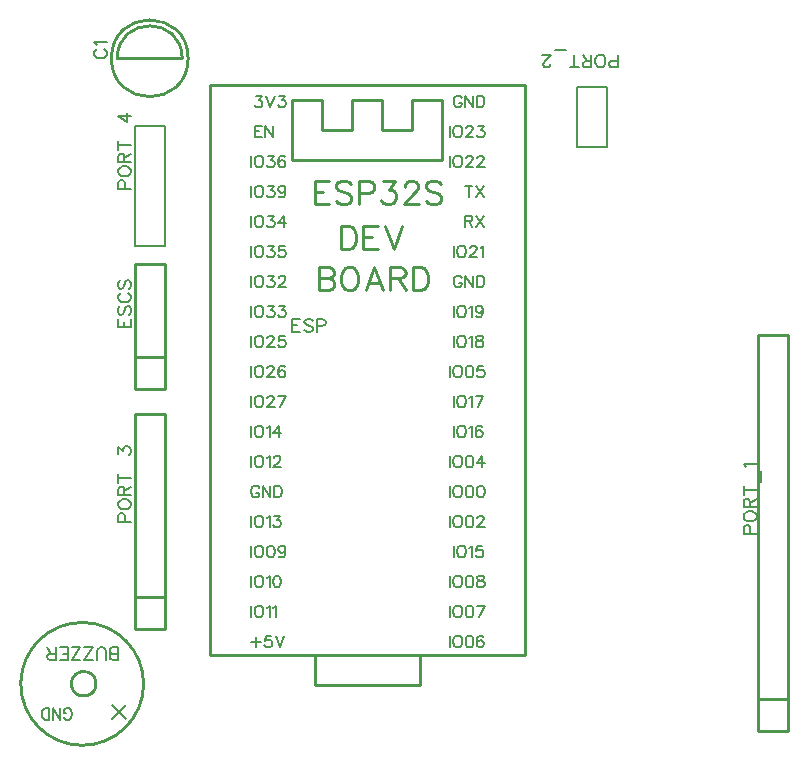
<source format=gto>
G04 Layer: TopSilkscreenLayer*
G04 EasyEDA v6.5.23, 2023-06-03 17:25:55*
G04 e563b856323e489fb497cbcb29ae2dd2,10*
G04 Gerber Generator version 0.2*
G04 Scale: 100 percent, Rotated: No, Reflected: No *
G04 Dimensions in millimeters *
G04 leading zeros omitted , absolute positions ,4 integer and 5 decimal *
%FSLAX45Y45*%
%MOMM*%

%ADD10C,0.1524*%
%ADD11C,0.2032*%
%ADD12C,0.1500*%
%ADD13C,0.1270*%
%ADD14C,0.2540*%
%ADD15C,0.2030*%
%ADD16C,0.0168*%

%LPD*%
D10*
X1714500Y4634484D02*
G01*
X1714500Y4743450D01*
X1714500Y4634484D02*
G01*
X1667763Y4634484D01*
X1652270Y4639563D01*
X1646936Y4644897D01*
X1641855Y4655312D01*
X1641855Y4665726D01*
X1646936Y4676139D01*
X1652270Y4681220D01*
X1667763Y4686300D01*
X1714500Y4686300D02*
G01*
X1667763Y4686300D01*
X1652270Y4691634D01*
X1646936Y4696713D01*
X1641855Y4707128D01*
X1641855Y4722876D01*
X1646936Y4733289D01*
X1652270Y4738370D01*
X1667763Y4743450D01*
X1714500Y4743450D01*
X1607565Y4634484D02*
G01*
X1607565Y4712462D01*
X1602231Y4727955D01*
X1591818Y4738370D01*
X1576323Y4743450D01*
X1565910Y4743450D01*
X1550415Y4738370D01*
X1540002Y4727955D01*
X1534668Y4712462D01*
X1534668Y4634484D01*
X1427734Y4634484D02*
G01*
X1500378Y4743450D01*
X1500378Y4634484D02*
G01*
X1427734Y4634484D01*
X1500378Y4743450D02*
G01*
X1427734Y4743450D01*
X1320800Y4634484D02*
G01*
X1393444Y4743450D01*
X1393444Y4634484D02*
G01*
X1320800Y4634484D01*
X1393444Y4743450D02*
G01*
X1320800Y4743450D01*
X1286510Y4634484D02*
G01*
X1286510Y4743450D01*
X1286510Y4634484D02*
G01*
X1218945Y4634484D01*
X1286510Y4686300D02*
G01*
X1244854Y4686300D01*
X1286510Y4743450D02*
G01*
X1218945Y4743450D01*
X1184655Y4634484D02*
G01*
X1184655Y4743450D01*
X1184655Y4634484D02*
G01*
X1137920Y4634484D01*
X1122171Y4639563D01*
X1117092Y4644897D01*
X1111757Y4655312D01*
X1111757Y4665726D01*
X1117092Y4676139D01*
X1122171Y4681220D01*
X1137920Y4686300D01*
X1184655Y4686300D01*
X1148079Y4686300D02*
G01*
X1111757Y4743450D01*
D11*
X1781134Y4133905D02*
G01*
X1663672Y4251365D01*
X1781134Y4251365D02*
G01*
X1663491Y4133725D01*
D12*
X1252728Y4150868D02*
G01*
X1257045Y4141723D01*
X1266189Y4132834D01*
X1275334Y4128262D01*
X1293621Y4128262D01*
X1302512Y4132834D01*
X1311655Y4141723D01*
X1316228Y4150868D01*
X1320800Y4164584D01*
X1320800Y4187189D01*
X1316228Y4200905D01*
X1311655Y4210050D01*
X1302512Y4219194D01*
X1293621Y4223765D01*
X1275334Y4223765D01*
X1266189Y4219194D01*
X1257045Y4210050D01*
X1252728Y4200905D01*
X1252728Y4187189D01*
X1275334Y4187189D02*
G01*
X1252728Y4187189D01*
X1222502Y4128262D02*
G01*
X1222502Y4223765D01*
X1222502Y4128262D02*
G01*
X1159002Y4223765D01*
X1159002Y4128262D02*
G01*
X1159002Y4223765D01*
X1129029Y4128262D02*
G01*
X1129029Y4223765D01*
X1129029Y4128262D02*
G01*
X1097279Y4128262D01*
X1083563Y4132834D01*
X1074420Y4141723D01*
X1069847Y4150868D01*
X1065276Y4164584D01*
X1065276Y4187189D01*
X1069847Y4200905D01*
X1074420Y4210050D01*
X1083563Y4219194D01*
X1097279Y4223765D01*
X1129029Y4223765D01*
D10*
X3187700Y7519415D02*
G01*
X3187700Y7410450D01*
X3187700Y7519415D02*
G01*
X3255263Y7519415D01*
X3187700Y7467600D02*
G01*
X3229356Y7467600D01*
X3187700Y7410450D02*
G01*
X3255263Y7410450D01*
X3362197Y7503921D02*
G01*
X3351784Y7514336D01*
X3336290Y7519415D01*
X3315461Y7519415D01*
X3299968Y7514336D01*
X3289554Y7503921D01*
X3289554Y7493508D01*
X3294634Y7483094D01*
X3299968Y7477760D01*
X3310381Y7472679D01*
X3341370Y7462265D01*
X3351784Y7457186D01*
X3357118Y7451852D01*
X3362197Y7441437D01*
X3362197Y7425944D01*
X3351784Y7415529D01*
X3336290Y7410450D01*
X3315461Y7410450D01*
X3299968Y7415529D01*
X3289554Y7425944D01*
X3396488Y7519415D02*
G01*
X3396488Y7410450D01*
X3396488Y7519415D02*
G01*
X3443224Y7519415D01*
X3458972Y7514336D01*
X3464052Y7509002D01*
X3469386Y7498587D01*
X3469386Y7483094D01*
X3464052Y7472679D01*
X3458972Y7467600D01*
X3443224Y7462265D01*
X3396488Y7462265D01*
D13*
X2879343Y9411715D02*
G01*
X2930143Y9411715D01*
X2902458Y9374631D01*
X2916427Y9374631D01*
X2925572Y9370060D01*
X2930143Y9365487D01*
X2934970Y9351518D01*
X2934970Y9342374D01*
X2930143Y9328404D01*
X2921000Y9319260D01*
X2907029Y9314687D01*
X2893313Y9314687D01*
X2879343Y9319260D01*
X2874772Y9323831D01*
X2870200Y9333229D01*
X2965450Y9411715D02*
G01*
X3002279Y9314687D01*
X3039109Y9411715D02*
G01*
X3002279Y9314687D01*
X3078988Y9411715D02*
G01*
X3129788Y9411715D01*
X3102102Y9374631D01*
X3115818Y9374631D01*
X3125215Y9370060D01*
X3129788Y9365487D01*
X3134359Y9351518D01*
X3134359Y9342374D01*
X3129788Y9328404D01*
X3120390Y9319260D01*
X3106674Y9314687D01*
X3092704Y9314687D01*
X3078988Y9319260D01*
X3074415Y9323831D01*
X3069590Y9333229D01*
X2870200Y9157715D02*
G01*
X2870200Y9060687D01*
X2870200Y9157715D02*
G01*
X2930143Y9157715D01*
X2870200Y9111487D02*
G01*
X2907029Y9111487D01*
X2870200Y9060687D02*
G01*
X2930143Y9060687D01*
X2960624Y9157715D02*
G01*
X2960624Y9060687D01*
X2960624Y9157715D02*
G01*
X3025393Y9060687D01*
X3025393Y9157715D02*
G01*
X3025393Y9060687D01*
X2838450Y8903715D02*
G01*
X2838450Y8806687D01*
X2896615Y8903715D02*
G01*
X2887472Y8898889D01*
X2878074Y8889745D01*
X2873502Y8880602D01*
X2868929Y8866631D01*
X2868929Y8843518D01*
X2873502Y8829802D01*
X2878074Y8820404D01*
X2887472Y8811260D01*
X2896615Y8806687D01*
X2915158Y8806687D01*
X2924302Y8811260D01*
X2933700Y8820404D01*
X2938272Y8829802D01*
X2942843Y8843518D01*
X2942843Y8866631D01*
X2938272Y8880602D01*
X2933700Y8889745D01*
X2924302Y8898889D01*
X2915158Y8903715D01*
X2896615Y8903715D01*
X2982468Y8903715D02*
G01*
X3033268Y8903715D01*
X3005581Y8866631D01*
X3019552Y8866631D01*
X3028695Y8862060D01*
X3033268Y8857487D01*
X3037840Y8843518D01*
X3037840Y8834374D01*
X3033268Y8820404D01*
X3024124Y8811260D01*
X3010154Y8806687D01*
X2996438Y8806687D01*
X2982468Y8811260D01*
X2977895Y8815831D01*
X2973324Y8825229D01*
X3123945Y8889745D02*
G01*
X3119120Y8898889D01*
X3105404Y8903715D01*
X3096259Y8903715D01*
X3082290Y8898889D01*
X3073145Y8885174D01*
X3068320Y8862060D01*
X3068320Y8838945D01*
X3073145Y8820404D01*
X3082290Y8811260D01*
X3096259Y8806687D01*
X3100831Y8806687D01*
X3114547Y8811260D01*
X3123945Y8820404D01*
X3128518Y8834374D01*
X3128518Y8838945D01*
X3123945Y8852915D01*
X3114547Y8862060D01*
X3100831Y8866631D01*
X3096259Y8866631D01*
X3082290Y8862060D01*
X3073145Y8852915D01*
X3068320Y8838945D01*
X2838450Y8141715D02*
G01*
X2838450Y8044687D01*
X2896615Y8141715D02*
G01*
X2887472Y8136889D01*
X2878074Y8127745D01*
X2873502Y8118602D01*
X2868929Y8104631D01*
X2868929Y8081518D01*
X2873502Y8067802D01*
X2878074Y8058404D01*
X2887472Y8049260D01*
X2896615Y8044687D01*
X2915158Y8044687D01*
X2924302Y8049260D01*
X2933700Y8058404D01*
X2938272Y8067802D01*
X2942843Y8081518D01*
X2942843Y8104631D01*
X2938272Y8118602D01*
X2933700Y8127745D01*
X2924302Y8136889D01*
X2915158Y8141715D01*
X2896615Y8141715D01*
X2982468Y8141715D02*
G01*
X3033268Y8141715D01*
X3005581Y8104631D01*
X3019552Y8104631D01*
X3028695Y8100060D01*
X3033268Y8095487D01*
X3037840Y8081518D01*
X3037840Y8072373D01*
X3033268Y8058404D01*
X3024124Y8049260D01*
X3010154Y8044687D01*
X2996438Y8044687D01*
X2982468Y8049260D01*
X2977895Y8053831D01*
X2973324Y8063229D01*
X3123945Y8141715D02*
G01*
X3077718Y8141715D01*
X3073145Y8100060D01*
X3077718Y8104631D01*
X3091434Y8109204D01*
X3105404Y8109204D01*
X3119120Y8104631D01*
X3128518Y8095487D01*
X3133090Y8081518D01*
X3133090Y8072373D01*
X3128518Y8058404D01*
X3119120Y8049260D01*
X3105404Y8044687D01*
X3091434Y8044687D01*
X3077718Y8049260D01*
X3073145Y8053831D01*
X3068320Y8063229D01*
X2838450Y8395715D02*
G01*
X2838450Y8298687D01*
X2896615Y8395715D02*
G01*
X2887472Y8390889D01*
X2878074Y8381745D01*
X2873502Y8372602D01*
X2868929Y8358631D01*
X2868929Y8335518D01*
X2873502Y8321802D01*
X2878074Y8312404D01*
X2887472Y8303260D01*
X2896615Y8298687D01*
X2915158Y8298687D01*
X2924302Y8303260D01*
X2933700Y8312404D01*
X2938272Y8321802D01*
X2942843Y8335518D01*
X2942843Y8358631D01*
X2938272Y8372602D01*
X2933700Y8381745D01*
X2924302Y8390889D01*
X2915158Y8395715D01*
X2896615Y8395715D01*
X2982468Y8395715D02*
G01*
X3033268Y8395715D01*
X3005581Y8358631D01*
X3019552Y8358631D01*
X3028695Y8354060D01*
X3033268Y8349487D01*
X3037840Y8335518D01*
X3037840Y8326373D01*
X3033268Y8312404D01*
X3024124Y8303260D01*
X3010154Y8298687D01*
X2996438Y8298687D01*
X2982468Y8303260D01*
X2977895Y8307831D01*
X2973324Y8317229D01*
X3114547Y8395715D02*
G01*
X3068320Y8330945D01*
X3137661Y8330945D01*
X3114547Y8395715D02*
G01*
X3114547Y8298687D01*
X2838450Y8649715D02*
G01*
X2838450Y8552687D01*
X2896615Y8649715D02*
G01*
X2887472Y8644889D01*
X2878074Y8635745D01*
X2873502Y8626602D01*
X2868929Y8612631D01*
X2868929Y8589518D01*
X2873502Y8575802D01*
X2878074Y8566404D01*
X2887472Y8557260D01*
X2896615Y8552687D01*
X2915158Y8552687D01*
X2924302Y8557260D01*
X2933700Y8566404D01*
X2938272Y8575802D01*
X2942843Y8589518D01*
X2942843Y8612631D01*
X2938272Y8626602D01*
X2933700Y8635745D01*
X2924302Y8644889D01*
X2915158Y8649715D01*
X2896615Y8649715D01*
X2982468Y8649715D02*
G01*
X3033268Y8649715D01*
X3005581Y8612631D01*
X3019552Y8612631D01*
X3028695Y8608060D01*
X3033268Y8603487D01*
X3037840Y8589518D01*
X3037840Y8580374D01*
X3033268Y8566404D01*
X3024124Y8557260D01*
X3010154Y8552687D01*
X2996438Y8552687D01*
X2982468Y8557260D01*
X2977895Y8561831D01*
X2973324Y8571229D01*
X3128518Y8617204D02*
G01*
X3123945Y8603487D01*
X3114547Y8594089D01*
X3100831Y8589518D01*
X3096259Y8589518D01*
X3082290Y8594089D01*
X3073145Y8603487D01*
X3068320Y8617204D01*
X3068320Y8622029D01*
X3073145Y8635745D01*
X3082290Y8644889D01*
X3096259Y8649715D01*
X3100831Y8649715D01*
X3114547Y8644889D01*
X3123945Y8635745D01*
X3128518Y8617204D01*
X3128518Y8594089D01*
X3123945Y8571229D01*
X3114547Y8557260D01*
X3100831Y8552687D01*
X3091434Y8552687D01*
X3077718Y8557260D01*
X3073145Y8566404D01*
X2838450Y7125715D02*
G01*
X2838450Y7028687D01*
X2896615Y7125715D02*
G01*
X2887472Y7120889D01*
X2878074Y7111745D01*
X2873502Y7102602D01*
X2868929Y7088631D01*
X2868929Y7065518D01*
X2873502Y7051802D01*
X2878074Y7042404D01*
X2887472Y7033260D01*
X2896615Y7028687D01*
X2915158Y7028687D01*
X2924302Y7033260D01*
X2933700Y7042404D01*
X2938272Y7051802D01*
X2942843Y7065518D01*
X2942843Y7088631D01*
X2938272Y7102602D01*
X2933700Y7111745D01*
X2924302Y7120889D01*
X2915158Y7125715D01*
X2896615Y7125715D01*
X2977895Y7102602D02*
G01*
X2977895Y7107173D01*
X2982468Y7116318D01*
X2987040Y7120889D01*
X2996438Y7125715D01*
X3014979Y7125715D01*
X3024124Y7120889D01*
X3028695Y7116318D01*
X3033268Y7107173D01*
X3033268Y7098029D01*
X3028695Y7088631D01*
X3019552Y7074915D01*
X2973324Y7028687D01*
X3037840Y7028687D01*
X3123945Y7111745D02*
G01*
X3119120Y7120889D01*
X3105404Y7125715D01*
X3096259Y7125715D01*
X3082290Y7120889D01*
X3073145Y7107173D01*
X3068320Y7084060D01*
X3068320Y7060945D01*
X3073145Y7042404D01*
X3082290Y7033260D01*
X3096259Y7028687D01*
X3100831Y7028687D01*
X3114547Y7033260D01*
X3123945Y7042404D01*
X3128518Y7056373D01*
X3128518Y7060945D01*
X3123945Y7074915D01*
X3114547Y7084060D01*
X3100831Y7088631D01*
X3096259Y7088631D01*
X3082290Y7084060D01*
X3073145Y7074915D01*
X3068320Y7060945D01*
X2838450Y6871715D02*
G01*
X2838450Y6774687D01*
X2896615Y6871715D02*
G01*
X2887472Y6866889D01*
X2878074Y6857745D01*
X2873502Y6848602D01*
X2868929Y6834631D01*
X2868929Y6811518D01*
X2873502Y6797802D01*
X2878074Y6788404D01*
X2887472Y6779260D01*
X2896615Y6774687D01*
X2915158Y6774687D01*
X2924302Y6779260D01*
X2933700Y6788404D01*
X2938272Y6797802D01*
X2942843Y6811518D01*
X2942843Y6834631D01*
X2938272Y6848602D01*
X2933700Y6857745D01*
X2924302Y6866889D01*
X2915158Y6871715D01*
X2896615Y6871715D01*
X2977895Y6848602D02*
G01*
X2977895Y6853173D01*
X2982468Y6862318D01*
X2987040Y6866889D01*
X2996438Y6871715D01*
X3014979Y6871715D01*
X3024124Y6866889D01*
X3028695Y6862318D01*
X3033268Y6853173D01*
X3033268Y6844029D01*
X3028695Y6834631D01*
X3019552Y6820915D01*
X2973324Y6774687D01*
X3037840Y6774687D01*
X3133090Y6871715D02*
G01*
X3086861Y6774687D01*
X3068320Y6871715D02*
G01*
X3133090Y6871715D01*
X2838450Y6617715D02*
G01*
X2838450Y6520687D01*
X2896615Y6617715D02*
G01*
X2887472Y6612889D01*
X2878074Y6603745D01*
X2873502Y6594602D01*
X2868929Y6580631D01*
X2868929Y6557518D01*
X2873502Y6543802D01*
X2878074Y6534404D01*
X2887472Y6525260D01*
X2896615Y6520687D01*
X2915158Y6520687D01*
X2924302Y6525260D01*
X2933700Y6534404D01*
X2938272Y6543802D01*
X2942843Y6557518D01*
X2942843Y6580631D01*
X2938272Y6594602D01*
X2933700Y6603745D01*
X2924302Y6612889D01*
X2915158Y6617715D01*
X2896615Y6617715D01*
X2973324Y6599173D02*
G01*
X2982468Y6603745D01*
X2996438Y6617715D01*
X2996438Y6520687D01*
X3073145Y6617715D02*
G01*
X3026918Y6552945D01*
X3096259Y6552945D01*
X3073145Y6617715D02*
G01*
X3073145Y6520687D01*
X2838450Y7379715D02*
G01*
X2838450Y7282687D01*
X2896615Y7379715D02*
G01*
X2887472Y7374889D01*
X2878074Y7365745D01*
X2873502Y7356602D01*
X2868929Y7342631D01*
X2868929Y7319518D01*
X2873502Y7305802D01*
X2878074Y7296404D01*
X2887472Y7287260D01*
X2896615Y7282687D01*
X2915158Y7282687D01*
X2924302Y7287260D01*
X2933700Y7296404D01*
X2938272Y7305802D01*
X2942843Y7319518D01*
X2942843Y7342631D01*
X2938272Y7356602D01*
X2933700Y7365745D01*
X2924302Y7374889D01*
X2915158Y7379715D01*
X2896615Y7379715D01*
X2977895Y7356602D02*
G01*
X2977895Y7361173D01*
X2982468Y7370318D01*
X2987040Y7374889D01*
X2996438Y7379715D01*
X3014979Y7379715D01*
X3024124Y7374889D01*
X3028695Y7370318D01*
X3033268Y7361173D01*
X3033268Y7352029D01*
X3028695Y7342631D01*
X3019552Y7328915D01*
X2973324Y7282687D01*
X3037840Y7282687D01*
X3123945Y7379715D02*
G01*
X3077718Y7379715D01*
X3073145Y7338060D01*
X3077718Y7342631D01*
X3091434Y7347204D01*
X3105404Y7347204D01*
X3119120Y7342631D01*
X3128518Y7333487D01*
X3133090Y7319518D01*
X3133090Y7310373D01*
X3128518Y7296404D01*
X3119120Y7287260D01*
X3105404Y7282687D01*
X3091434Y7282687D01*
X3077718Y7287260D01*
X3073145Y7291831D01*
X3068320Y7301229D01*
X2838450Y7633715D02*
G01*
X2838450Y7536687D01*
X2896615Y7633715D02*
G01*
X2887472Y7628889D01*
X2878074Y7619745D01*
X2873502Y7610602D01*
X2868929Y7596631D01*
X2868929Y7573518D01*
X2873502Y7559802D01*
X2878074Y7550404D01*
X2887472Y7541260D01*
X2896615Y7536687D01*
X2915158Y7536687D01*
X2924302Y7541260D01*
X2933700Y7550404D01*
X2938272Y7559802D01*
X2942843Y7573518D01*
X2942843Y7596631D01*
X2938272Y7610602D01*
X2933700Y7619745D01*
X2924302Y7628889D01*
X2915158Y7633715D01*
X2896615Y7633715D01*
X2982468Y7633715D02*
G01*
X3033268Y7633715D01*
X3005581Y7596631D01*
X3019552Y7596631D01*
X3028695Y7592060D01*
X3033268Y7587487D01*
X3037840Y7573518D01*
X3037840Y7564373D01*
X3033268Y7550404D01*
X3024124Y7541260D01*
X3010154Y7536687D01*
X2996438Y7536687D01*
X2982468Y7541260D01*
X2977895Y7545831D01*
X2973324Y7555229D01*
X3077718Y7633715D02*
G01*
X3128518Y7633715D01*
X3100831Y7596631D01*
X3114547Y7596631D01*
X3123945Y7592060D01*
X3128518Y7587487D01*
X3133090Y7573518D01*
X3133090Y7564373D01*
X3128518Y7550404D01*
X3119120Y7541260D01*
X3105404Y7536687D01*
X3091434Y7536687D01*
X3077718Y7541260D01*
X3073145Y7545831D01*
X3068320Y7555229D01*
X2838450Y7887715D02*
G01*
X2838450Y7790687D01*
X2896615Y7887715D02*
G01*
X2887472Y7882889D01*
X2878074Y7873745D01*
X2873502Y7864602D01*
X2868929Y7850631D01*
X2868929Y7827518D01*
X2873502Y7813802D01*
X2878074Y7804404D01*
X2887472Y7795260D01*
X2896615Y7790687D01*
X2915158Y7790687D01*
X2924302Y7795260D01*
X2933700Y7804404D01*
X2938272Y7813802D01*
X2942843Y7827518D01*
X2942843Y7850631D01*
X2938272Y7864602D01*
X2933700Y7873745D01*
X2924302Y7882889D01*
X2915158Y7887715D01*
X2896615Y7887715D01*
X2982468Y7887715D02*
G01*
X3033268Y7887715D01*
X3005581Y7850631D01*
X3019552Y7850631D01*
X3028695Y7846060D01*
X3033268Y7841487D01*
X3037840Y7827518D01*
X3037840Y7818373D01*
X3033268Y7804404D01*
X3024124Y7795260D01*
X3010154Y7790687D01*
X2996438Y7790687D01*
X2982468Y7795260D01*
X2977895Y7799831D01*
X2973324Y7809229D01*
X3073145Y7864602D02*
G01*
X3073145Y7869173D01*
X3077718Y7878318D01*
X3082290Y7882889D01*
X3091434Y7887715D01*
X3109975Y7887715D01*
X3119120Y7882889D01*
X3123945Y7878318D01*
X3128518Y7869173D01*
X3128518Y7860029D01*
X3123945Y7850631D01*
X3114547Y7836915D01*
X3068320Y7790687D01*
X3133090Y7790687D01*
X2838450Y5601715D02*
G01*
X2838450Y5504687D01*
X2896615Y5601715D02*
G01*
X2887472Y5596889D01*
X2878074Y5587745D01*
X2873502Y5578602D01*
X2868929Y5564631D01*
X2868929Y5541518D01*
X2873502Y5527802D01*
X2878074Y5518404D01*
X2887472Y5509260D01*
X2896615Y5504687D01*
X2915158Y5504687D01*
X2924302Y5509260D01*
X2933700Y5518404D01*
X2938272Y5527802D01*
X2942843Y5541518D01*
X2942843Y5564631D01*
X2938272Y5578602D01*
X2933700Y5587745D01*
X2924302Y5596889D01*
X2915158Y5601715D01*
X2896615Y5601715D01*
X3001009Y5601715D02*
G01*
X2987040Y5596889D01*
X2977895Y5583173D01*
X2973324Y5560060D01*
X2973324Y5546089D01*
X2977895Y5523229D01*
X2987040Y5509260D01*
X3001009Y5504687D01*
X3010154Y5504687D01*
X3024124Y5509260D01*
X3033268Y5523229D01*
X3037840Y5546089D01*
X3037840Y5560060D01*
X3033268Y5583173D01*
X3024124Y5596889D01*
X3010154Y5601715D01*
X3001009Y5601715D01*
X3128518Y5569204D02*
G01*
X3123945Y5555487D01*
X3114547Y5546089D01*
X3100831Y5541518D01*
X3096259Y5541518D01*
X3082290Y5546089D01*
X3073145Y5555487D01*
X3068320Y5569204D01*
X3068320Y5574029D01*
X3073145Y5587745D01*
X3082290Y5596889D01*
X3096259Y5601715D01*
X3100831Y5601715D01*
X3114547Y5596889D01*
X3123945Y5587745D01*
X3128518Y5569204D01*
X3128518Y5546089D01*
X3123945Y5523229D01*
X3114547Y5509260D01*
X3100831Y5504687D01*
X3091434Y5504687D01*
X3077718Y5509260D01*
X3073145Y5518404D01*
X2838450Y5347715D02*
G01*
X2838450Y5250687D01*
X2896615Y5347715D02*
G01*
X2887472Y5342889D01*
X2878074Y5333745D01*
X2873502Y5324602D01*
X2868929Y5310631D01*
X2868929Y5287518D01*
X2873502Y5273802D01*
X2878074Y5264404D01*
X2887472Y5255260D01*
X2896615Y5250687D01*
X2915158Y5250687D01*
X2924302Y5255260D01*
X2933700Y5264404D01*
X2938272Y5273802D01*
X2942843Y5287518D01*
X2942843Y5310631D01*
X2938272Y5324602D01*
X2933700Y5333745D01*
X2924302Y5342889D01*
X2915158Y5347715D01*
X2896615Y5347715D01*
X2973324Y5329173D02*
G01*
X2982468Y5333745D01*
X2996438Y5347715D01*
X2996438Y5250687D01*
X3054604Y5347715D02*
G01*
X3040634Y5342889D01*
X3031490Y5329173D01*
X3026918Y5306060D01*
X3026918Y5292089D01*
X3031490Y5269229D01*
X3040634Y5255260D01*
X3054604Y5250687D01*
X3063747Y5250687D01*
X3077718Y5255260D01*
X3086861Y5269229D01*
X3091434Y5292089D01*
X3091434Y5306060D01*
X3086861Y5329173D01*
X3077718Y5342889D01*
X3063747Y5347715D01*
X3054604Y5347715D01*
X2838450Y5093715D02*
G01*
X2838450Y4996687D01*
X2896615Y5093715D02*
G01*
X2887472Y5088889D01*
X2878074Y5079745D01*
X2873502Y5070602D01*
X2868929Y5056631D01*
X2868929Y5033518D01*
X2873502Y5019802D01*
X2878074Y5010404D01*
X2887472Y5001260D01*
X2896615Y4996687D01*
X2915158Y4996687D01*
X2924302Y5001260D01*
X2933700Y5010404D01*
X2938272Y5019802D01*
X2942843Y5033518D01*
X2942843Y5056631D01*
X2938272Y5070602D01*
X2933700Y5079745D01*
X2924302Y5088889D01*
X2915158Y5093715D01*
X2896615Y5093715D01*
X2973324Y5075173D02*
G01*
X2982468Y5079745D01*
X2996438Y5093715D01*
X2996438Y4996687D01*
X3026918Y5075173D02*
G01*
X3036061Y5079745D01*
X3050031Y5093715D01*
X3050031Y4996687D01*
X2838450Y5855715D02*
G01*
X2838450Y5758687D01*
X2896615Y5855715D02*
G01*
X2887472Y5850889D01*
X2878074Y5841745D01*
X2873502Y5832602D01*
X2868929Y5818631D01*
X2868929Y5795518D01*
X2873502Y5781802D01*
X2878074Y5772404D01*
X2887472Y5763260D01*
X2896615Y5758687D01*
X2915158Y5758687D01*
X2924302Y5763260D01*
X2933700Y5772404D01*
X2938272Y5781802D01*
X2942843Y5795518D01*
X2942843Y5818631D01*
X2938272Y5832602D01*
X2933700Y5841745D01*
X2924302Y5850889D01*
X2915158Y5855715D01*
X2896615Y5855715D01*
X2973324Y5837173D02*
G01*
X2982468Y5841745D01*
X2996438Y5855715D01*
X2996438Y5758687D01*
X3036061Y5855715D02*
G01*
X3086861Y5855715D01*
X3059175Y5818631D01*
X3073145Y5818631D01*
X3082290Y5814060D01*
X3086861Y5809487D01*
X3091434Y5795518D01*
X3091434Y5786373D01*
X3086861Y5772404D01*
X3077718Y5763260D01*
X3063747Y5758687D01*
X3050031Y5758687D01*
X3036061Y5763260D01*
X3031490Y5767831D01*
X3026918Y5777229D01*
X2907791Y6086602D02*
G01*
X2903220Y6095745D01*
X2893822Y6104889D01*
X2884677Y6109715D01*
X2866136Y6109715D01*
X2856991Y6104889D01*
X2847593Y6095745D01*
X2843022Y6086602D01*
X2838450Y6072631D01*
X2838450Y6049518D01*
X2843022Y6035802D01*
X2847593Y6026404D01*
X2856991Y6017260D01*
X2866136Y6012687D01*
X2884677Y6012687D01*
X2893822Y6017260D01*
X2903220Y6026404D01*
X2907791Y6035802D01*
X2907791Y6049518D01*
X2884677Y6049518D02*
G01*
X2907791Y6049518D01*
X2938272Y6109715D02*
G01*
X2938272Y6012687D01*
X2938272Y6109715D02*
G01*
X3002788Y6012687D01*
X3002788Y6109715D02*
G01*
X3002788Y6012687D01*
X3033268Y6109715D02*
G01*
X3033268Y6012687D01*
X3033268Y6109715D02*
G01*
X3065779Y6109715D01*
X3079495Y6104889D01*
X3088640Y6095745D01*
X3093465Y6086602D01*
X3098038Y6072631D01*
X3098038Y6049518D01*
X3093465Y6035802D01*
X3088640Y6026404D01*
X3079495Y6017260D01*
X3065779Y6012687D01*
X3033268Y6012687D01*
X2838450Y6363715D02*
G01*
X2838450Y6266687D01*
X2896615Y6363715D02*
G01*
X2887472Y6358889D01*
X2878074Y6349745D01*
X2873502Y6340602D01*
X2868929Y6326631D01*
X2868929Y6303518D01*
X2873502Y6289802D01*
X2878074Y6280404D01*
X2887472Y6271260D01*
X2896615Y6266687D01*
X2915158Y6266687D01*
X2924302Y6271260D01*
X2933700Y6280404D01*
X2938272Y6289802D01*
X2942843Y6303518D01*
X2942843Y6326631D01*
X2938272Y6340602D01*
X2933700Y6349745D01*
X2924302Y6358889D01*
X2915158Y6363715D01*
X2896615Y6363715D01*
X2973324Y6345173D02*
G01*
X2982468Y6349745D01*
X2996438Y6363715D01*
X2996438Y6266687D01*
X3031490Y6340602D02*
G01*
X3031490Y6345173D01*
X3036061Y6354318D01*
X3040634Y6358889D01*
X3050031Y6363715D01*
X3068320Y6363715D01*
X3077718Y6358889D01*
X3082290Y6354318D01*
X3086861Y6345173D01*
X3086861Y6336029D01*
X3082290Y6326631D01*
X3073145Y6312915D01*
X3026918Y6266687D01*
X3091434Y6266687D01*
X2880106Y4825745D02*
G01*
X2880106Y4742687D01*
X2838450Y4784089D02*
G01*
X2921508Y4784089D01*
X3007359Y4839715D02*
G01*
X2961386Y4839715D01*
X2956559Y4798060D01*
X2961386Y4802631D01*
X2975102Y4807204D01*
X2989072Y4807204D01*
X3002788Y4802631D01*
X3012186Y4793487D01*
X3016758Y4779518D01*
X3016758Y4770373D01*
X3012186Y4756404D01*
X3002788Y4747260D01*
X2989072Y4742687D01*
X2975102Y4742687D01*
X2961386Y4747260D01*
X2956559Y4751831D01*
X2951988Y4761229D01*
X3047238Y4839715D02*
G01*
X3084068Y4742687D01*
X3121152Y4839715D02*
G01*
X3084068Y4742687D01*
X4680458Y8649715D02*
G01*
X4680458Y8552687D01*
X4648200Y8649715D02*
G01*
X4712970Y8649715D01*
X4743450Y8649715D02*
G01*
X4807965Y8552687D01*
X4807965Y8649715D02*
G01*
X4743450Y8552687D01*
X4648200Y8395715D02*
G01*
X4648200Y8298687D01*
X4648200Y8395715D02*
G01*
X4689856Y8395715D01*
X4703572Y8390889D01*
X4708143Y8386318D01*
X4712970Y8377173D01*
X4712970Y8368029D01*
X4708143Y8358631D01*
X4703572Y8354060D01*
X4689856Y8349487D01*
X4648200Y8349487D01*
X4680458Y8349487D02*
G01*
X4712970Y8298687D01*
X4743450Y8395715D02*
G01*
X4807965Y8298687D01*
X4807965Y8395715D02*
G01*
X4743450Y8298687D01*
X4552950Y8141715D02*
G01*
X4552950Y8044687D01*
X4611115Y8141715D02*
G01*
X4601972Y8136889D01*
X4592574Y8127745D01*
X4588002Y8118602D01*
X4583429Y8104631D01*
X4583429Y8081518D01*
X4588002Y8067802D01*
X4592574Y8058404D01*
X4601972Y8049260D01*
X4611115Y8044687D01*
X4629658Y8044687D01*
X4638802Y8049260D01*
X4648200Y8058404D01*
X4652772Y8067802D01*
X4657343Y8081518D01*
X4657343Y8104631D01*
X4652772Y8118602D01*
X4648200Y8127745D01*
X4638802Y8136889D01*
X4629658Y8141715D01*
X4611115Y8141715D01*
X4692395Y8118602D02*
G01*
X4692395Y8123173D01*
X4696968Y8132318D01*
X4701540Y8136889D01*
X4710938Y8141715D01*
X4729479Y8141715D01*
X4738624Y8136889D01*
X4743195Y8132318D01*
X4747768Y8123173D01*
X4747768Y8114029D01*
X4743195Y8104631D01*
X4734052Y8090915D01*
X4687824Y8044687D01*
X4752340Y8044687D01*
X4782820Y8123173D02*
G01*
X4792218Y8127745D01*
X4805934Y8141715D01*
X4805934Y8044687D01*
X4521200Y8903715D02*
G01*
X4521200Y8806687D01*
X4579365Y8903715D02*
G01*
X4570222Y8898889D01*
X4560824Y8889745D01*
X4556252Y8880602D01*
X4551679Y8866631D01*
X4551679Y8843518D01*
X4556252Y8829802D01*
X4560824Y8820404D01*
X4570222Y8811260D01*
X4579365Y8806687D01*
X4597908Y8806687D01*
X4607052Y8811260D01*
X4616450Y8820404D01*
X4621022Y8829802D01*
X4625593Y8843518D01*
X4625593Y8866631D01*
X4621022Y8880602D01*
X4616450Y8889745D01*
X4607052Y8898889D01*
X4597908Y8903715D01*
X4579365Y8903715D01*
X4660645Y8880602D02*
G01*
X4660645Y8885174D01*
X4665218Y8894318D01*
X4669790Y8898889D01*
X4679188Y8903715D01*
X4697729Y8903715D01*
X4706874Y8898889D01*
X4711445Y8894318D01*
X4716018Y8885174D01*
X4716018Y8876029D01*
X4711445Y8866631D01*
X4702302Y8852915D01*
X4656074Y8806687D01*
X4720590Y8806687D01*
X4755895Y8880602D02*
G01*
X4755895Y8885174D01*
X4760468Y8894318D01*
X4765040Y8898889D01*
X4774184Y8903715D01*
X4792725Y8903715D01*
X4801870Y8898889D01*
X4806695Y8894318D01*
X4811268Y8885174D01*
X4811268Y8876029D01*
X4806695Y8866631D01*
X4797297Y8852915D01*
X4751070Y8806687D01*
X4815840Y8806687D01*
X4521200Y9157715D02*
G01*
X4521200Y9060687D01*
X4579365Y9157715D02*
G01*
X4570222Y9152889D01*
X4560824Y9143745D01*
X4556252Y9134602D01*
X4551679Y9120631D01*
X4551679Y9097518D01*
X4556252Y9083802D01*
X4560824Y9074404D01*
X4570222Y9065260D01*
X4579365Y9060687D01*
X4597908Y9060687D01*
X4607052Y9065260D01*
X4616450Y9074404D01*
X4621022Y9083802D01*
X4625593Y9097518D01*
X4625593Y9120631D01*
X4621022Y9134602D01*
X4616450Y9143745D01*
X4607052Y9152889D01*
X4597908Y9157715D01*
X4579365Y9157715D01*
X4660645Y9134602D02*
G01*
X4660645Y9139174D01*
X4665218Y9148318D01*
X4669790Y9152889D01*
X4679188Y9157715D01*
X4697729Y9157715D01*
X4706874Y9152889D01*
X4711445Y9148318D01*
X4716018Y9139174D01*
X4716018Y9130029D01*
X4711445Y9120631D01*
X4702302Y9106915D01*
X4656074Y9060687D01*
X4720590Y9060687D01*
X4760468Y9157715D02*
G01*
X4811268Y9157715D01*
X4783581Y9120631D01*
X4797297Y9120631D01*
X4806695Y9116060D01*
X4811268Y9111487D01*
X4815840Y9097518D01*
X4815840Y9088374D01*
X4811268Y9074404D01*
X4801870Y9065260D01*
X4788154Y9060687D01*
X4774184Y9060687D01*
X4760468Y9065260D01*
X4755895Y9069831D01*
X4751070Y9079229D01*
X4622291Y9388602D02*
G01*
X4617720Y9397745D01*
X4608322Y9406889D01*
X4599177Y9411715D01*
X4580636Y9411715D01*
X4571491Y9406889D01*
X4562093Y9397745D01*
X4557522Y9388602D01*
X4552950Y9374631D01*
X4552950Y9351518D01*
X4557522Y9337802D01*
X4562093Y9328404D01*
X4571491Y9319260D01*
X4580636Y9314687D01*
X4599177Y9314687D01*
X4608322Y9319260D01*
X4617720Y9328404D01*
X4622291Y9337802D01*
X4622291Y9351518D01*
X4599177Y9351518D02*
G01*
X4622291Y9351518D01*
X4652772Y9411715D02*
G01*
X4652772Y9314687D01*
X4652772Y9411715D02*
G01*
X4717288Y9314687D01*
X4717288Y9411715D02*
G01*
X4717288Y9314687D01*
X4747768Y9411715D02*
G01*
X4747768Y9314687D01*
X4747768Y9411715D02*
G01*
X4780279Y9411715D01*
X4793995Y9406889D01*
X4803140Y9397745D01*
X4807965Y9388602D01*
X4812538Y9374631D01*
X4812538Y9351518D01*
X4807965Y9337802D01*
X4803140Y9328404D01*
X4793995Y9319260D01*
X4780279Y9314687D01*
X4747768Y9314687D01*
X4521200Y7125715D02*
G01*
X4521200Y7028687D01*
X4579365Y7125715D02*
G01*
X4570222Y7120889D01*
X4560824Y7111745D01*
X4556252Y7102602D01*
X4551679Y7088631D01*
X4551679Y7065518D01*
X4556252Y7051802D01*
X4560824Y7042404D01*
X4570222Y7033260D01*
X4579365Y7028687D01*
X4597908Y7028687D01*
X4607052Y7033260D01*
X4616450Y7042404D01*
X4621022Y7051802D01*
X4625593Y7065518D01*
X4625593Y7088631D01*
X4621022Y7102602D01*
X4616450Y7111745D01*
X4607052Y7120889D01*
X4597908Y7125715D01*
X4579365Y7125715D01*
X4683759Y7125715D02*
G01*
X4669790Y7120889D01*
X4660645Y7107173D01*
X4656074Y7084060D01*
X4656074Y7070089D01*
X4660645Y7047229D01*
X4669790Y7033260D01*
X4683759Y7028687D01*
X4692904Y7028687D01*
X4706874Y7033260D01*
X4716018Y7047229D01*
X4720590Y7070089D01*
X4720590Y7084060D01*
X4716018Y7107173D01*
X4706874Y7120889D01*
X4692904Y7125715D01*
X4683759Y7125715D01*
X4806695Y7125715D02*
G01*
X4760468Y7125715D01*
X4755895Y7084060D01*
X4760468Y7088631D01*
X4774184Y7093204D01*
X4788154Y7093204D01*
X4801870Y7088631D01*
X4811268Y7079487D01*
X4815840Y7065518D01*
X4815840Y7056373D01*
X4811268Y7042404D01*
X4801870Y7033260D01*
X4788154Y7028687D01*
X4774184Y7028687D01*
X4760468Y7033260D01*
X4755895Y7037831D01*
X4751070Y7047229D01*
X4552950Y6871715D02*
G01*
X4552950Y6774687D01*
X4611115Y6871715D02*
G01*
X4601972Y6866889D01*
X4592574Y6857745D01*
X4588002Y6848602D01*
X4583429Y6834631D01*
X4583429Y6811518D01*
X4588002Y6797802D01*
X4592574Y6788404D01*
X4601972Y6779260D01*
X4611115Y6774687D01*
X4629658Y6774687D01*
X4638802Y6779260D01*
X4648200Y6788404D01*
X4652772Y6797802D01*
X4657343Y6811518D01*
X4657343Y6834631D01*
X4652772Y6848602D01*
X4648200Y6857745D01*
X4638802Y6866889D01*
X4629658Y6871715D01*
X4611115Y6871715D01*
X4687824Y6853173D02*
G01*
X4696968Y6857745D01*
X4710938Y6871715D01*
X4710938Y6774687D01*
X4805934Y6871715D02*
G01*
X4759959Y6774687D01*
X4741418Y6871715D02*
G01*
X4805934Y6871715D01*
X4552950Y6617715D02*
G01*
X4552950Y6520687D01*
X4611115Y6617715D02*
G01*
X4601972Y6612889D01*
X4592574Y6603745D01*
X4588002Y6594602D01*
X4583429Y6580631D01*
X4583429Y6557518D01*
X4588002Y6543802D01*
X4592574Y6534404D01*
X4601972Y6525260D01*
X4611115Y6520687D01*
X4629658Y6520687D01*
X4638802Y6525260D01*
X4648200Y6534404D01*
X4652772Y6543802D01*
X4657343Y6557518D01*
X4657343Y6580631D01*
X4652772Y6594602D01*
X4648200Y6603745D01*
X4638802Y6612889D01*
X4629658Y6617715D01*
X4611115Y6617715D01*
X4687824Y6599173D02*
G01*
X4696968Y6603745D01*
X4710938Y6617715D01*
X4710938Y6520687D01*
X4796790Y6603745D02*
G01*
X4792218Y6612889D01*
X4778247Y6617715D01*
X4769104Y6617715D01*
X4755134Y6612889D01*
X4745990Y6599173D01*
X4741418Y6576060D01*
X4741418Y6552945D01*
X4745990Y6534404D01*
X4755134Y6525260D01*
X4769104Y6520687D01*
X4773675Y6520687D01*
X4787645Y6525260D01*
X4796790Y6534404D01*
X4801361Y6548373D01*
X4801361Y6552945D01*
X4796790Y6566915D01*
X4787645Y6576060D01*
X4773675Y6580631D01*
X4769104Y6580631D01*
X4755134Y6576060D01*
X4745990Y6566915D01*
X4741418Y6552945D01*
X4552950Y7379715D02*
G01*
X4552950Y7282687D01*
X4611115Y7379715D02*
G01*
X4601972Y7374889D01*
X4592574Y7365745D01*
X4588002Y7356602D01*
X4583429Y7342631D01*
X4583429Y7319518D01*
X4588002Y7305802D01*
X4592574Y7296404D01*
X4601972Y7287260D01*
X4611115Y7282687D01*
X4629658Y7282687D01*
X4638802Y7287260D01*
X4648200Y7296404D01*
X4652772Y7305802D01*
X4657343Y7319518D01*
X4657343Y7342631D01*
X4652772Y7356602D01*
X4648200Y7365745D01*
X4638802Y7374889D01*
X4629658Y7379715D01*
X4611115Y7379715D01*
X4687824Y7361173D02*
G01*
X4696968Y7365745D01*
X4710938Y7379715D01*
X4710938Y7282687D01*
X4764531Y7379715D02*
G01*
X4750561Y7374889D01*
X4745990Y7365745D01*
X4745990Y7356602D01*
X4750561Y7347204D01*
X4759959Y7342631D01*
X4778247Y7338060D01*
X4792218Y7333487D01*
X4801361Y7324089D01*
X4805934Y7314945D01*
X4805934Y7301229D01*
X4801361Y7291831D01*
X4796790Y7287260D01*
X4782820Y7282687D01*
X4764531Y7282687D01*
X4750561Y7287260D01*
X4745990Y7291831D01*
X4741418Y7301229D01*
X4741418Y7314945D01*
X4745990Y7324089D01*
X4755134Y7333487D01*
X4769104Y7338060D01*
X4787645Y7342631D01*
X4796790Y7347204D01*
X4801361Y7356602D01*
X4801361Y7365745D01*
X4796790Y7374889D01*
X4782820Y7379715D01*
X4764531Y7379715D01*
X4552950Y7633715D02*
G01*
X4552950Y7536687D01*
X4611115Y7633715D02*
G01*
X4601972Y7628889D01*
X4592574Y7619745D01*
X4588002Y7610602D01*
X4583429Y7596631D01*
X4583429Y7573518D01*
X4588002Y7559802D01*
X4592574Y7550404D01*
X4601972Y7541260D01*
X4611115Y7536687D01*
X4629658Y7536687D01*
X4638802Y7541260D01*
X4648200Y7550404D01*
X4652772Y7559802D01*
X4657343Y7573518D01*
X4657343Y7596631D01*
X4652772Y7610602D01*
X4648200Y7619745D01*
X4638802Y7628889D01*
X4629658Y7633715D01*
X4611115Y7633715D01*
X4687824Y7615173D02*
G01*
X4696968Y7619745D01*
X4710938Y7633715D01*
X4710938Y7536687D01*
X4801361Y7601204D02*
G01*
X4796790Y7587487D01*
X4787645Y7578089D01*
X4773675Y7573518D01*
X4769104Y7573518D01*
X4755134Y7578089D01*
X4745990Y7587487D01*
X4741418Y7601204D01*
X4741418Y7606029D01*
X4745990Y7619745D01*
X4755134Y7628889D01*
X4769104Y7633715D01*
X4773675Y7633715D01*
X4787645Y7628889D01*
X4796790Y7619745D01*
X4801361Y7601204D01*
X4801361Y7578089D01*
X4796790Y7555229D01*
X4787645Y7541260D01*
X4773675Y7536687D01*
X4764531Y7536687D01*
X4750561Y7541260D01*
X4745990Y7550404D01*
X4622291Y7864602D02*
G01*
X4617720Y7873745D01*
X4608322Y7882889D01*
X4599177Y7887715D01*
X4580636Y7887715D01*
X4571491Y7882889D01*
X4562093Y7873745D01*
X4557522Y7864602D01*
X4552950Y7850631D01*
X4552950Y7827518D01*
X4557522Y7813802D01*
X4562093Y7804404D01*
X4571491Y7795260D01*
X4580636Y7790687D01*
X4599177Y7790687D01*
X4608322Y7795260D01*
X4617720Y7804404D01*
X4622291Y7813802D01*
X4622291Y7827518D01*
X4599177Y7827518D02*
G01*
X4622291Y7827518D01*
X4652772Y7887715D02*
G01*
X4652772Y7790687D01*
X4652772Y7887715D02*
G01*
X4717288Y7790687D01*
X4717288Y7887715D02*
G01*
X4717288Y7790687D01*
X4747768Y7887715D02*
G01*
X4747768Y7790687D01*
X4747768Y7887715D02*
G01*
X4780279Y7887715D01*
X4793995Y7882889D01*
X4803140Y7873745D01*
X4807965Y7864602D01*
X4812538Y7850631D01*
X4812538Y7827518D01*
X4807965Y7813802D01*
X4803140Y7804404D01*
X4793995Y7795260D01*
X4780279Y7790687D01*
X4747768Y7790687D01*
X4521200Y5855715D02*
G01*
X4521200Y5758687D01*
X4579365Y5855715D02*
G01*
X4570222Y5850889D01*
X4560824Y5841745D01*
X4556252Y5832602D01*
X4551679Y5818631D01*
X4551679Y5795518D01*
X4556252Y5781802D01*
X4560824Y5772404D01*
X4570222Y5763260D01*
X4579365Y5758687D01*
X4597908Y5758687D01*
X4607052Y5763260D01*
X4616450Y5772404D01*
X4621022Y5781802D01*
X4625593Y5795518D01*
X4625593Y5818631D01*
X4621022Y5832602D01*
X4616450Y5841745D01*
X4607052Y5850889D01*
X4597908Y5855715D01*
X4579365Y5855715D01*
X4683759Y5855715D02*
G01*
X4669790Y5850889D01*
X4660645Y5837173D01*
X4656074Y5814060D01*
X4656074Y5800089D01*
X4660645Y5777229D01*
X4669790Y5763260D01*
X4683759Y5758687D01*
X4692904Y5758687D01*
X4706874Y5763260D01*
X4716018Y5777229D01*
X4720590Y5800089D01*
X4720590Y5814060D01*
X4716018Y5837173D01*
X4706874Y5850889D01*
X4692904Y5855715D01*
X4683759Y5855715D01*
X4755895Y5832602D02*
G01*
X4755895Y5837173D01*
X4760468Y5846318D01*
X4765040Y5850889D01*
X4774184Y5855715D01*
X4792725Y5855715D01*
X4801870Y5850889D01*
X4806695Y5846318D01*
X4811268Y5837173D01*
X4811268Y5828029D01*
X4806695Y5818631D01*
X4797297Y5804915D01*
X4751070Y5758687D01*
X4815840Y5758687D01*
X4521200Y6109715D02*
G01*
X4521200Y6012687D01*
X4579365Y6109715D02*
G01*
X4570222Y6104889D01*
X4560824Y6095745D01*
X4556252Y6086602D01*
X4551679Y6072631D01*
X4551679Y6049518D01*
X4556252Y6035802D01*
X4560824Y6026404D01*
X4570222Y6017260D01*
X4579365Y6012687D01*
X4597908Y6012687D01*
X4607052Y6017260D01*
X4616450Y6026404D01*
X4621022Y6035802D01*
X4625593Y6049518D01*
X4625593Y6072631D01*
X4621022Y6086602D01*
X4616450Y6095745D01*
X4607052Y6104889D01*
X4597908Y6109715D01*
X4579365Y6109715D01*
X4683759Y6109715D02*
G01*
X4669790Y6104889D01*
X4660645Y6091173D01*
X4656074Y6068060D01*
X4656074Y6054089D01*
X4660645Y6031229D01*
X4669790Y6017260D01*
X4683759Y6012687D01*
X4692904Y6012687D01*
X4706874Y6017260D01*
X4716018Y6031229D01*
X4720590Y6054089D01*
X4720590Y6068060D01*
X4716018Y6091173D01*
X4706874Y6104889D01*
X4692904Y6109715D01*
X4683759Y6109715D01*
X4779009Y6109715D02*
G01*
X4765040Y6104889D01*
X4755895Y6091173D01*
X4751070Y6068060D01*
X4751070Y6054089D01*
X4755895Y6031229D01*
X4765040Y6017260D01*
X4779009Y6012687D01*
X4788154Y6012687D01*
X4801870Y6017260D01*
X4811268Y6031229D01*
X4815840Y6054089D01*
X4815840Y6068060D01*
X4811268Y6091173D01*
X4801870Y6104889D01*
X4788154Y6109715D01*
X4779009Y6109715D01*
X4521200Y6363715D02*
G01*
X4521200Y6266687D01*
X4579365Y6363715D02*
G01*
X4570222Y6358889D01*
X4560824Y6349745D01*
X4556252Y6340602D01*
X4551679Y6326631D01*
X4551679Y6303518D01*
X4556252Y6289802D01*
X4560824Y6280404D01*
X4570222Y6271260D01*
X4579365Y6266687D01*
X4597908Y6266687D01*
X4607052Y6271260D01*
X4616450Y6280404D01*
X4621022Y6289802D01*
X4625593Y6303518D01*
X4625593Y6326631D01*
X4621022Y6340602D01*
X4616450Y6349745D01*
X4607052Y6358889D01*
X4597908Y6363715D01*
X4579365Y6363715D01*
X4683759Y6363715D02*
G01*
X4669790Y6358889D01*
X4660645Y6345173D01*
X4656074Y6322060D01*
X4656074Y6308089D01*
X4660645Y6285229D01*
X4669790Y6271260D01*
X4683759Y6266687D01*
X4692904Y6266687D01*
X4706874Y6271260D01*
X4716018Y6285229D01*
X4720590Y6308089D01*
X4720590Y6322060D01*
X4716018Y6345173D01*
X4706874Y6358889D01*
X4692904Y6363715D01*
X4683759Y6363715D01*
X4797297Y6363715D02*
G01*
X4751070Y6298945D01*
X4820411Y6298945D01*
X4797297Y6363715D02*
G01*
X4797297Y6266687D01*
X4552950Y5601715D02*
G01*
X4552950Y5504687D01*
X4611115Y5601715D02*
G01*
X4601972Y5596889D01*
X4592574Y5587745D01*
X4588002Y5578602D01*
X4583429Y5564631D01*
X4583429Y5541518D01*
X4588002Y5527802D01*
X4592574Y5518404D01*
X4601972Y5509260D01*
X4611115Y5504687D01*
X4629658Y5504687D01*
X4638802Y5509260D01*
X4648200Y5518404D01*
X4652772Y5527802D01*
X4657343Y5541518D01*
X4657343Y5564631D01*
X4652772Y5578602D01*
X4648200Y5587745D01*
X4638802Y5596889D01*
X4629658Y5601715D01*
X4611115Y5601715D01*
X4687824Y5583173D02*
G01*
X4696968Y5587745D01*
X4710938Y5601715D01*
X4710938Y5504687D01*
X4796790Y5601715D02*
G01*
X4750561Y5601715D01*
X4745990Y5560060D01*
X4750561Y5564631D01*
X4764531Y5569204D01*
X4778247Y5569204D01*
X4792218Y5564631D01*
X4801361Y5555487D01*
X4805934Y5541518D01*
X4805934Y5532373D01*
X4801361Y5518404D01*
X4792218Y5509260D01*
X4778247Y5504687D01*
X4764531Y5504687D01*
X4750561Y5509260D01*
X4745990Y5513831D01*
X4741418Y5523229D01*
X4521200Y5347715D02*
G01*
X4521200Y5250687D01*
X4579365Y5347715D02*
G01*
X4570222Y5342889D01*
X4560824Y5333745D01*
X4556252Y5324602D01*
X4551679Y5310631D01*
X4551679Y5287518D01*
X4556252Y5273802D01*
X4560824Y5264404D01*
X4570222Y5255260D01*
X4579365Y5250687D01*
X4597908Y5250687D01*
X4607052Y5255260D01*
X4616450Y5264404D01*
X4621022Y5273802D01*
X4625593Y5287518D01*
X4625593Y5310631D01*
X4621022Y5324602D01*
X4616450Y5333745D01*
X4607052Y5342889D01*
X4597908Y5347715D01*
X4579365Y5347715D01*
X4683759Y5347715D02*
G01*
X4669790Y5342889D01*
X4660645Y5329173D01*
X4656074Y5306060D01*
X4656074Y5292089D01*
X4660645Y5269229D01*
X4669790Y5255260D01*
X4683759Y5250687D01*
X4692904Y5250687D01*
X4706874Y5255260D01*
X4716018Y5269229D01*
X4720590Y5292089D01*
X4720590Y5306060D01*
X4716018Y5329173D01*
X4706874Y5342889D01*
X4692904Y5347715D01*
X4683759Y5347715D01*
X4774184Y5347715D02*
G01*
X4760468Y5342889D01*
X4755895Y5333745D01*
X4755895Y5324602D01*
X4760468Y5315204D01*
X4769611Y5310631D01*
X4788154Y5306060D01*
X4801870Y5301487D01*
X4811268Y5292089D01*
X4815840Y5282945D01*
X4815840Y5269229D01*
X4811268Y5259831D01*
X4806695Y5255260D01*
X4792725Y5250687D01*
X4774184Y5250687D01*
X4760468Y5255260D01*
X4755895Y5259831D01*
X4751070Y5269229D01*
X4751070Y5282945D01*
X4755895Y5292089D01*
X4765040Y5301487D01*
X4779009Y5306060D01*
X4797297Y5310631D01*
X4806695Y5315204D01*
X4811268Y5324602D01*
X4811268Y5333745D01*
X4806695Y5342889D01*
X4792725Y5347715D01*
X4774184Y5347715D01*
X4521200Y5093715D02*
G01*
X4521200Y4996687D01*
X4579365Y5093715D02*
G01*
X4570222Y5088889D01*
X4560824Y5079745D01*
X4556252Y5070602D01*
X4551679Y5056631D01*
X4551679Y5033518D01*
X4556252Y5019802D01*
X4560824Y5010404D01*
X4570222Y5001260D01*
X4579365Y4996687D01*
X4597908Y4996687D01*
X4607052Y5001260D01*
X4616450Y5010404D01*
X4621022Y5019802D01*
X4625593Y5033518D01*
X4625593Y5056631D01*
X4621022Y5070602D01*
X4616450Y5079745D01*
X4607052Y5088889D01*
X4597908Y5093715D01*
X4579365Y5093715D01*
X4683759Y5093715D02*
G01*
X4669790Y5088889D01*
X4660645Y5075173D01*
X4656074Y5052060D01*
X4656074Y5038089D01*
X4660645Y5015229D01*
X4669790Y5001260D01*
X4683759Y4996687D01*
X4692904Y4996687D01*
X4706874Y5001260D01*
X4716018Y5015229D01*
X4720590Y5038089D01*
X4720590Y5052060D01*
X4716018Y5075173D01*
X4706874Y5088889D01*
X4692904Y5093715D01*
X4683759Y5093715D01*
X4815840Y5093715D02*
G01*
X4769611Y4996687D01*
X4751070Y5093715D02*
G01*
X4815840Y5093715D01*
X4521200Y4839715D02*
G01*
X4521200Y4742687D01*
X4579365Y4839715D02*
G01*
X4570222Y4834889D01*
X4560824Y4825745D01*
X4556252Y4816602D01*
X4551679Y4802631D01*
X4551679Y4779518D01*
X4556252Y4765802D01*
X4560824Y4756404D01*
X4570222Y4747260D01*
X4579365Y4742687D01*
X4597908Y4742687D01*
X4607052Y4747260D01*
X4616450Y4756404D01*
X4621022Y4765802D01*
X4625593Y4779518D01*
X4625593Y4802631D01*
X4621022Y4816602D01*
X4616450Y4825745D01*
X4607052Y4834889D01*
X4597908Y4839715D01*
X4579365Y4839715D01*
X4683759Y4839715D02*
G01*
X4669790Y4834889D01*
X4660645Y4821173D01*
X4656074Y4798060D01*
X4656074Y4784089D01*
X4660645Y4761229D01*
X4669790Y4747260D01*
X4683759Y4742687D01*
X4692904Y4742687D01*
X4706874Y4747260D01*
X4716018Y4761229D01*
X4720590Y4784089D01*
X4720590Y4798060D01*
X4716018Y4821173D01*
X4706874Y4834889D01*
X4692904Y4839715D01*
X4683759Y4839715D01*
X4806695Y4825745D02*
G01*
X4801870Y4834889D01*
X4788154Y4839715D01*
X4779009Y4839715D01*
X4765040Y4834889D01*
X4755895Y4821173D01*
X4751070Y4798060D01*
X4751070Y4774945D01*
X4755895Y4756404D01*
X4765040Y4747260D01*
X4779009Y4742687D01*
X4783581Y4742687D01*
X4797297Y4747260D01*
X4806695Y4756404D01*
X4811268Y4770373D01*
X4811268Y4774945D01*
X4806695Y4788915D01*
X4797297Y4798060D01*
X4783581Y4802631D01*
X4779009Y4802631D01*
X4765040Y4798060D01*
X4755895Y4788915D01*
X4751070Y4774945D01*
D14*
X3378200Y8688578D02*
G01*
X3378200Y8494776D01*
X3378200Y8688578D02*
G01*
X3498341Y8688578D01*
X3378200Y8596376D02*
G01*
X3452113Y8596376D01*
X3378200Y8494776D02*
G01*
X3498341Y8494776D01*
X3688588Y8660892D02*
G01*
X3670045Y8679434D01*
X3642359Y8688578D01*
X3605529Y8688578D01*
X3577590Y8679434D01*
X3559302Y8660892D01*
X3559302Y8642350D01*
X3568445Y8624062D01*
X3577590Y8614663D01*
X3596131Y8605520D01*
X3651504Y8586978D01*
X3670045Y8577834D01*
X3679190Y8568689D01*
X3688588Y8550147D01*
X3688588Y8522462D01*
X3670045Y8503920D01*
X3642359Y8494776D01*
X3605529Y8494776D01*
X3577590Y8503920D01*
X3559302Y8522462D01*
X3749547Y8688578D02*
G01*
X3749547Y8494776D01*
X3749547Y8688578D02*
G01*
X3832606Y8688578D01*
X3860291Y8679434D01*
X3869690Y8670289D01*
X3878834Y8651747D01*
X3878834Y8624062D01*
X3869690Y8605520D01*
X3860291Y8596376D01*
X3832606Y8586978D01*
X3749547Y8586978D01*
X3958336Y8688578D02*
G01*
X4059936Y8688578D01*
X4004309Y8614663D01*
X4032250Y8614663D01*
X4050538Y8605520D01*
X4059936Y8596376D01*
X4069079Y8568689D01*
X4069079Y8550147D01*
X4059936Y8522462D01*
X4041393Y8503920D01*
X4013708Y8494776D01*
X3986022Y8494776D01*
X3958336Y8503920D01*
X3948938Y8513063D01*
X3939793Y8531605D01*
X4139184Y8642350D02*
G01*
X4139184Y8651747D01*
X4148581Y8670289D01*
X4157725Y8679434D01*
X4176268Y8688578D01*
X4213097Y8688578D01*
X4231640Y8679434D01*
X4240784Y8670289D01*
X4250181Y8651747D01*
X4250181Y8633205D01*
X4240784Y8614663D01*
X4222495Y8586978D01*
X4130040Y8494776D01*
X4259325Y8494776D01*
X4449572Y8660892D02*
G01*
X4431029Y8679434D01*
X4403343Y8688578D01*
X4366513Y8688578D01*
X4338827Y8679434D01*
X4320286Y8660892D01*
X4320286Y8642350D01*
X4329429Y8624062D01*
X4338827Y8614663D01*
X4357370Y8605520D01*
X4412741Y8586978D01*
X4431029Y8577834D01*
X4440427Y8568689D01*
X4449572Y8550147D01*
X4449572Y8522462D01*
X4431029Y8503920D01*
X4403343Y8494776D01*
X4366513Y8494776D01*
X4338827Y8503920D01*
X4320286Y8522462D01*
X3600450Y8307578D02*
G01*
X3600450Y8113776D01*
X3600450Y8307578D02*
G01*
X3665220Y8307578D01*
X3692906Y8298434D01*
X3711193Y8279892D01*
X3720591Y8261350D01*
X3729736Y8233663D01*
X3729736Y8187689D01*
X3720591Y8159750D01*
X3711193Y8141462D01*
X3692906Y8122920D01*
X3665220Y8113776D01*
X3600450Y8113776D01*
X3790695Y8307578D02*
G01*
X3790695Y8113776D01*
X3790695Y8307578D02*
G01*
X3910838Y8307578D01*
X3790695Y8215376D02*
G01*
X3864609Y8215376D01*
X3790695Y8113776D02*
G01*
X3910838Y8113776D01*
X3971797Y8307578D02*
G01*
X4045711Y8113776D01*
X4119625Y8307578D02*
G01*
X4045711Y8113776D01*
X3409950Y7958328D02*
G01*
X3409950Y7764526D01*
X3409950Y7958328D02*
G01*
X3493008Y7958328D01*
X3520693Y7949184D01*
X3530091Y7940039D01*
X3539236Y7921497D01*
X3539236Y7902955D01*
X3530091Y7884413D01*
X3520693Y7875270D01*
X3493008Y7866126D01*
X3409950Y7866126D02*
G01*
X3493008Y7866126D01*
X3520693Y7856728D01*
X3530091Y7847584D01*
X3539236Y7829042D01*
X3539236Y7801355D01*
X3530091Y7782813D01*
X3520693Y7773670D01*
X3493008Y7764526D01*
X3409950Y7764526D01*
X3655568Y7958328D02*
G01*
X3637279Y7949184D01*
X3618738Y7930642D01*
X3609340Y7912100D01*
X3600195Y7884413D01*
X3600195Y7838439D01*
X3609340Y7810500D01*
X3618738Y7792212D01*
X3637279Y7773670D01*
X3655568Y7764526D01*
X3692652Y7764526D01*
X3710940Y7773670D01*
X3729481Y7792212D01*
X3738879Y7810500D01*
X3748024Y7838439D01*
X3748024Y7884413D01*
X3738879Y7912100D01*
X3729481Y7930642D01*
X3710940Y7949184D01*
X3692652Y7958328D01*
X3655568Y7958328D01*
X3882897Y7958328D02*
G01*
X3808984Y7764526D01*
X3882897Y7958328D02*
G01*
X3956811Y7764526D01*
X3836670Y7829042D02*
G01*
X3929125Y7829042D01*
X4017772Y7958328D02*
G01*
X4017772Y7764526D01*
X4017772Y7958328D02*
G01*
X4100829Y7958328D01*
X4128515Y7949184D01*
X4137659Y7940039D01*
X4147058Y7921497D01*
X4147058Y7902955D01*
X4137659Y7884413D01*
X4128515Y7875270D01*
X4100829Y7866126D01*
X4017772Y7866126D01*
X4082288Y7866126D02*
G01*
X4147058Y7764526D01*
X4208018Y7958328D02*
G01*
X4208018Y7764526D01*
X4208018Y7958328D02*
G01*
X4272534Y7958328D01*
X4300220Y7949184D01*
X4318761Y7930642D01*
X4328159Y7912100D01*
X4337304Y7884413D01*
X4337304Y7838439D01*
X4328159Y7810500D01*
X4318761Y7792212D01*
X4300220Y7773670D01*
X4272534Y7764526D01*
X4208018Y7764526D01*
D10*
X1536192Y9806178D02*
G01*
X1525778Y9800844D01*
X1515363Y9790429D01*
X1510284Y9780270D01*
X1510284Y9759442D01*
X1515363Y9749028D01*
X1525778Y9738613D01*
X1536192Y9733279D01*
X1551939Y9728200D01*
X1577847Y9728200D01*
X1593342Y9733279D01*
X1603755Y9738613D01*
X1614170Y9749028D01*
X1619250Y9759442D01*
X1619250Y9780270D01*
X1614170Y9790429D01*
X1603755Y9800844D01*
X1593342Y9806178D01*
X1531112Y9840468D02*
G01*
X1525778Y9850881D01*
X1510284Y9866376D01*
X1619250Y9866376D01*
X1713484Y7454900D02*
G01*
X1822450Y7454900D01*
X1713484Y7454900D02*
G01*
X1713484Y7522463D01*
X1765300Y7454900D02*
G01*
X1765300Y7496555D01*
X1822450Y7454900D02*
G01*
X1822450Y7522463D01*
X1728978Y7629397D02*
G01*
X1718563Y7618984D01*
X1713484Y7603489D01*
X1713484Y7582662D01*
X1718563Y7567168D01*
X1728978Y7556754D01*
X1739392Y7556754D01*
X1749805Y7561834D01*
X1755139Y7567168D01*
X1760220Y7577581D01*
X1770634Y7608570D01*
X1775713Y7618984D01*
X1781047Y7624318D01*
X1791462Y7629397D01*
X1806955Y7629397D01*
X1817370Y7618984D01*
X1822450Y7603489D01*
X1822450Y7582662D01*
X1817370Y7567168D01*
X1806955Y7556754D01*
X1739392Y7741665D02*
G01*
X1728978Y7736586D01*
X1718563Y7726171D01*
X1713484Y7715758D01*
X1713484Y7694929D01*
X1718563Y7684515D01*
X1728978Y7674102D01*
X1739392Y7669021D01*
X1755139Y7663687D01*
X1781047Y7663687D01*
X1796542Y7669021D01*
X1806955Y7674102D01*
X1817370Y7684515D01*
X1822450Y7694929D01*
X1822450Y7715758D01*
X1817370Y7726171D01*
X1806955Y7736586D01*
X1796542Y7741665D01*
X1728978Y7848600D02*
G01*
X1718563Y7838439D01*
X1713484Y7822692D01*
X1713484Y7801863D01*
X1718563Y7786370D01*
X1728978Y7775955D01*
X1739392Y7775955D01*
X1749805Y7781289D01*
X1755139Y7786370D01*
X1760220Y7796784D01*
X1770634Y7828026D01*
X1775713Y7838439D01*
X1781047Y7843520D01*
X1791462Y7848600D01*
X1806955Y7848600D01*
X1817370Y7838439D01*
X1822450Y7822692D01*
X1822450Y7801863D01*
X1817370Y7786370D01*
X1806955Y7775955D01*
X7009384Y5702300D02*
G01*
X7118350Y5702300D01*
X7009384Y5702300D02*
G01*
X7009384Y5749036D01*
X7014463Y5764529D01*
X7019797Y5769863D01*
X7030211Y5774944D01*
X7045706Y5774944D01*
X7056120Y5769863D01*
X7061200Y5764529D01*
X7066534Y5749036D01*
X7066534Y5702300D01*
X7009384Y5840476D02*
G01*
X7014463Y5830062D01*
X7024877Y5819647D01*
X7035291Y5814568D01*
X7051040Y5809234D01*
X7076947Y5809234D01*
X7092441Y5814568D01*
X7102856Y5819647D01*
X7113270Y5830062D01*
X7118350Y5840476D01*
X7118350Y5861304D01*
X7113270Y5871718D01*
X7102856Y5882131D01*
X7092441Y5887212D01*
X7076947Y5892545D01*
X7051040Y5892545D01*
X7035291Y5887212D01*
X7024877Y5882131D01*
X7014463Y5871718D01*
X7009384Y5861304D01*
X7009384Y5840476D01*
X7009384Y5926836D02*
G01*
X7118350Y5926836D01*
X7009384Y5926836D02*
G01*
X7009384Y5973571D01*
X7014463Y5989065D01*
X7019797Y5994400D01*
X7030211Y5999479D01*
X7040625Y5999479D01*
X7051040Y5994400D01*
X7056120Y5989065D01*
X7061200Y5973571D01*
X7061200Y5926836D01*
X7061200Y5963157D02*
G01*
X7118350Y5999479D01*
X7009384Y6070092D02*
G01*
X7118350Y6070092D01*
X7009384Y6033770D02*
G01*
X7009384Y6106413D01*
X7154925Y6140704D02*
G01*
X7154925Y6234429D01*
X7030211Y6268720D02*
G01*
X7024877Y6278879D01*
X7009384Y6294628D01*
X7118350Y6294628D01*
X5943600Y9650984D02*
G01*
X5943600Y9759950D01*
X5943600Y9650984D02*
G01*
X5896863Y9650984D01*
X5881370Y9656063D01*
X5876036Y9661397D01*
X5870956Y9671812D01*
X5870956Y9687305D01*
X5876036Y9697720D01*
X5881370Y9702800D01*
X5896863Y9708134D01*
X5943600Y9708134D01*
X5805424Y9650984D02*
G01*
X5815838Y9656063D01*
X5826252Y9666478D01*
X5831331Y9676892D01*
X5836665Y9692639D01*
X5836665Y9718547D01*
X5831331Y9734042D01*
X5826252Y9744455D01*
X5815838Y9754870D01*
X5805424Y9759950D01*
X5784595Y9759950D01*
X5774181Y9754870D01*
X5763768Y9744455D01*
X5758688Y9734042D01*
X5753354Y9718547D01*
X5753354Y9692639D01*
X5758688Y9676892D01*
X5763768Y9666478D01*
X5774181Y9656063D01*
X5784595Y9650984D01*
X5805424Y9650984D01*
X5719063Y9650984D02*
G01*
X5719063Y9759950D01*
X5719063Y9650984D02*
G01*
X5672327Y9650984D01*
X5656834Y9656063D01*
X5651500Y9661397D01*
X5646420Y9671812D01*
X5646420Y9682226D01*
X5651500Y9692639D01*
X5656834Y9697720D01*
X5672327Y9702800D01*
X5719063Y9702800D01*
X5682741Y9702800D02*
G01*
X5646420Y9759950D01*
X5575808Y9650984D02*
G01*
X5575808Y9759950D01*
X5612129Y9650984D02*
G01*
X5539486Y9650984D01*
X5505195Y9796526D02*
G01*
X5411470Y9796526D01*
X5372100Y9676892D02*
G01*
X5372100Y9671812D01*
X5367020Y9661397D01*
X5361686Y9656063D01*
X5351272Y9650984D01*
X5330443Y9650984D01*
X5320029Y9656063D01*
X5314950Y9661397D01*
X5309870Y9671812D01*
X5309870Y9682226D01*
X5314950Y9692639D01*
X5325363Y9708134D01*
X5377179Y9759950D01*
X5304536Y9759950D01*
X1713484Y5803900D02*
G01*
X1822450Y5803900D01*
X1713484Y5803900D02*
G01*
X1713484Y5850636D01*
X1718563Y5866129D01*
X1723897Y5871463D01*
X1734312Y5876544D01*
X1749805Y5876544D01*
X1760220Y5871463D01*
X1765300Y5866129D01*
X1770634Y5850636D01*
X1770634Y5803900D01*
X1713484Y5942076D02*
G01*
X1718563Y5931662D01*
X1728978Y5921247D01*
X1739392Y5916168D01*
X1755139Y5910834D01*
X1781047Y5910834D01*
X1796542Y5916168D01*
X1806955Y5921247D01*
X1817370Y5931662D01*
X1822450Y5942076D01*
X1822450Y5962904D01*
X1817370Y5973318D01*
X1806955Y5983731D01*
X1796542Y5988812D01*
X1781047Y5994145D01*
X1755139Y5994145D01*
X1739392Y5988812D01*
X1728978Y5983731D01*
X1718563Y5973318D01*
X1713484Y5962904D01*
X1713484Y5942076D01*
X1713484Y6028436D02*
G01*
X1822450Y6028436D01*
X1713484Y6028436D02*
G01*
X1713484Y6075171D01*
X1718563Y6090665D01*
X1723897Y6096000D01*
X1734312Y6101079D01*
X1744726Y6101079D01*
X1755139Y6096000D01*
X1760220Y6090665D01*
X1765300Y6075171D01*
X1765300Y6028436D01*
X1765300Y6064757D02*
G01*
X1822450Y6101079D01*
X1713484Y6171692D02*
G01*
X1822450Y6171692D01*
X1713484Y6135370D02*
G01*
X1713484Y6208013D01*
X1859026Y6242304D02*
G01*
X1859026Y6336029D01*
X1713484Y6380479D02*
G01*
X1713484Y6437629D01*
X1755139Y6406642D01*
X1755139Y6422136D01*
X1760220Y6432550D01*
X1765300Y6437629D01*
X1781047Y6442963D01*
X1791462Y6442963D01*
X1806955Y6437629D01*
X1817370Y6427470D01*
X1822450Y6411721D01*
X1822450Y6396228D01*
X1817370Y6380479D01*
X1812289Y6375400D01*
X1801876Y6370320D01*
X1713484Y8623300D02*
G01*
X1822450Y8623300D01*
X1713484Y8623300D02*
G01*
X1713484Y8670036D01*
X1718563Y8685529D01*
X1723897Y8690863D01*
X1734312Y8695944D01*
X1749805Y8695944D01*
X1760220Y8690863D01*
X1765300Y8685529D01*
X1770634Y8670036D01*
X1770634Y8623300D01*
X1713484Y8761476D02*
G01*
X1718563Y8751062D01*
X1728978Y8740647D01*
X1739392Y8735568D01*
X1755139Y8730234D01*
X1781047Y8730234D01*
X1796542Y8735568D01*
X1806955Y8740647D01*
X1817370Y8751062D01*
X1822450Y8761476D01*
X1822450Y8782304D01*
X1817370Y8792718D01*
X1806955Y8803131D01*
X1796542Y8808212D01*
X1781047Y8813545D01*
X1755139Y8813545D01*
X1739392Y8808212D01*
X1728978Y8803131D01*
X1718563Y8792718D01*
X1713484Y8782304D01*
X1713484Y8761476D01*
X1713484Y8847836D02*
G01*
X1822450Y8847836D01*
X1713484Y8847836D02*
G01*
X1713484Y8894571D01*
X1718563Y8910065D01*
X1723897Y8915400D01*
X1734312Y8920479D01*
X1744726Y8920479D01*
X1755139Y8915400D01*
X1760220Y8910065D01*
X1765300Y8894571D01*
X1765300Y8847836D01*
X1765300Y8884158D02*
G01*
X1822450Y8920479D01*
X1713484Y8991092D02*
G01*
X1822450Y8991092D01*
X1713484Y8954770D02*
G01*
X1713484Y9027413D01*
X1859026Y9061704D02*
G01*
X1859026Y9155429D01*
X1713484Y9241536D02*
G01*
X1786128Y9189720D01*
X1786128Y9267444D01*
X1713484Y9241536D02*
G01*
X1822450Y9241536D01*
D14*
X3187700Y8864600D02*
G01*
X4457700Y8864600D01*
X3187700Y8864600D02*
G01*
X3187700Y9372600D01*
X3441700Y9372600D01*
X3441700Y9118600D01*
X3695700Y9118600D01*
X3695700Y9372600D01*
X3949700Y9372600D01*
X3949700Y9118600D01*
X4203700Y9118600D01*
X4203700Y9372600D01*
X4457700Y9372600D01*
X4457700Y8864600D02*
G01*
X4457700Y9372600D01*
X4267200Y4673600D02*
G01*
X5156200Y4673600D01*
X5156200Y9499600D01*
X2489200Y9499600D01*
X2489200Y4673600D01*
X3378200Y4673600D01*
X3378200Y4673600D02*
G01*
X4267200Y4673600D01*
X3378200Y4673600D02*
G01*
X3378200Y4419600D01*
X4267200Y4419600D01*
X4267200Y4673600D01*
X1706199Y9728200D02*
G01*
X2256200Y9728200D01*
X1854200Y7983900D02*
G01*
X2108200Y7983900D01*
X1854200Y6925899D02*
G01*
X1854200Y7983900D01*
X1854200Y7203252D02*
G01*
X2108200Y7203252D01*
X2108200Y6925899D02*
G01*
X2108200Y7983900D01*
X1854200Y6925899D02*
G01*
X2108200Y6925899D01*
X7134402Y4032300D02*
G01*
X7134402Y7382306D01*
X7384415Y7382306D01*
X7384415Y4032300D01*
X7134402Y4032300D01*
X7134402Y4032300D02*
G01*
X7134402Y4302302D01*
X7384415Y4302302D01*
X7384415Y4032300D01*
X7134402Y4032300D01*
D11*
X5600700Y9486900D02*
G01*
X5854700Y9486900D01*
X5854700Y8978900D01*
X5600700Y8978900D01*
X5600700Y9169400D01*
D15*
X5600700Y9486900D02*
G01*
X5600700Y9169400D01*
D14*
X1854200Y5171252D02*
G01*
X2108200Y5171252D01*
X2108200Y4893899D02*
G01*
X2108200Y6713900D01*
X1854200Y6713900D02*
G01*
X2108200Y6713900D01*
X1854200Y4893899D02*
G01*
X2108200Y4893899D01*
X1854200Y4893899D02*
G01*
X1854200Y6713900D01*
D11*
X1854200Y9156700D02*
G01*
X2108200Y9156700D01*
X2108200Y8140700D01*
X1854200Y8140700D01*
X1854200Y8331200D01*
D15*
X1854200Y9156700D02*
G01*
X1854200Y8331200D01*
D14*
G75*
G01*
X1397000Y4533900D02*
G03*
X1407589Y4535975I25408J-101598D01*
G75*
G01*
X889000Y4432300D02*
G03*
X889175Y4445338I519999J-470D01*
G75*
G01*
X1706199Y9728200D02*
G02*
X2256201Y9728200I275001J0D01*
G75*
G01
X2306193Y9728200D02*
G03X2306193Y9728200I-324993J0D01*
M02*

</source>
